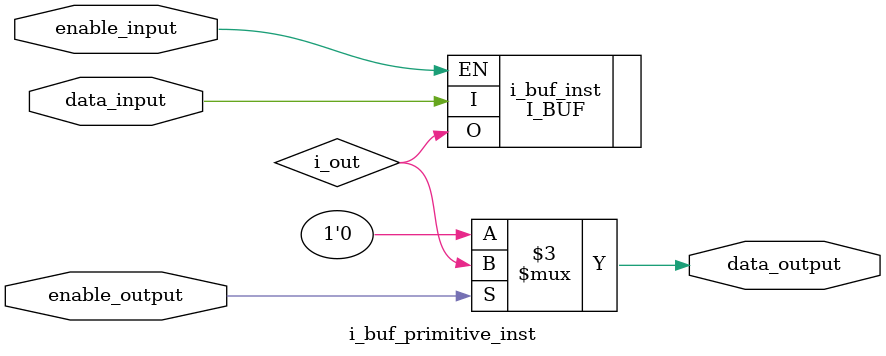
<source format=v>
module i_buf_primitive_inst (
  input enable_output,
  input data_input,     // Data input (connect to top-level port)
  input enable_input,   // Enable input
  output data_output    // Data output
);
  wire i_out;

  I_BUF i_buf_inst (
    .I(data_input),
    .EN(enable_input),
    .O(i_out)
  );

  always @* begin
    if (enable_output) begin
          data_output <= i_out;
    end else begin
        data_output <= 1'b0;
    end
  end

endmodule

</source>
